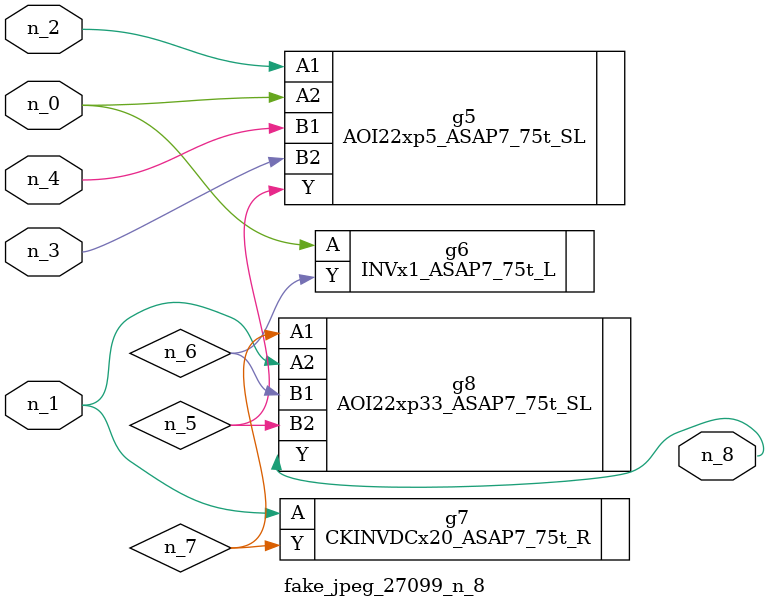
<source format=v>
module fake_jpeg_27099_n_8 (n_3, n_2, n_1, n_0, n_4, n_8);

input n_3;
input n_2;
input n_1;
input n_0;
input n_4;

output n_8;

wire n_6;
wire n_5;
wire n_7;

AOI22xp5_ASAP7_75t_SL g5 ( 
.A1(n_2),
.A2(n_0),
.B1(n_4),
.B2(n_3),
.Y(n_5)
);

INVx1_ASAP7_75t_L g6 ( 
.A(n_0),
.Y(n_6)
);

CKINVDCx20_ASAP7_75t_R g7 ( 
.A(n_1),
.Y(n_7)
);

AOI22xp33_ASAP7_75t_SL g8 ( 
.A1(n_7),
.A2(n_1),
.B1(n_6),
.B2(n_5),
.Y(n_8)
);


endmodule
</source>
